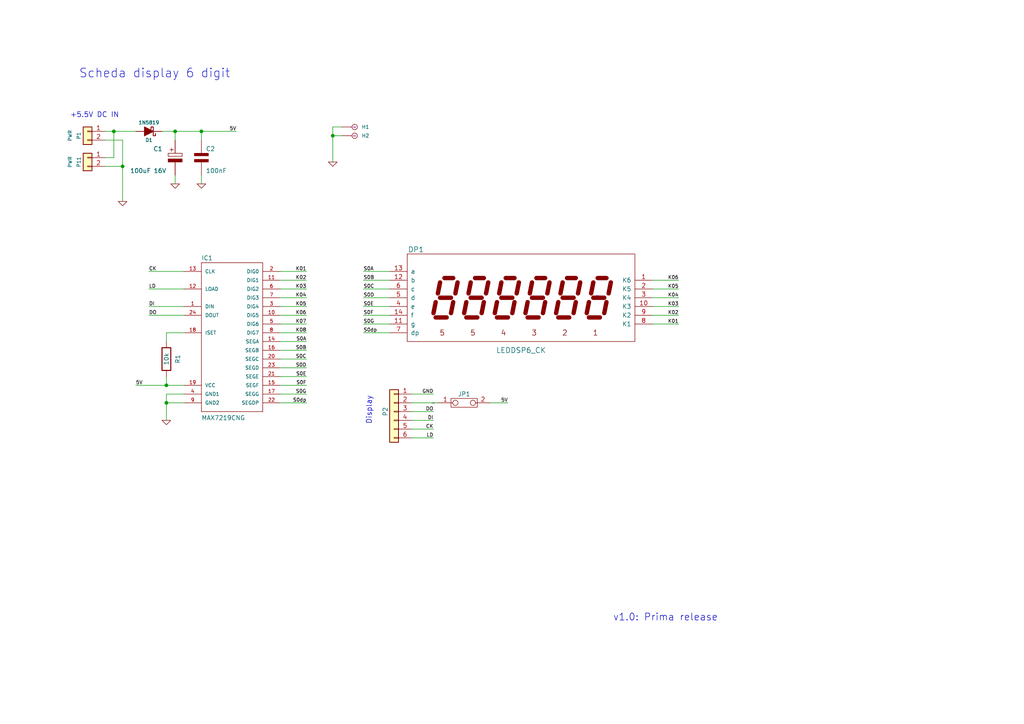
<source format=kicad_sch>
(kicad_sch (version 20210621) (generator eeschema)
  (paper "A4")
  (title_block (date "6 mar 2017") (rev "v1.0"))
  (lib_symbols
    (symbol "Connector_Generic:Conn_01x02" (pin_names (offset 1.016) hide)
      (property "Reference" "J" (at 0 2.54 0))
      (property "Value" "Conn_01x02" (at 0 -5.08 0))
      (symbol "Conn_01x02_1_1"
        (rectangle (start -1.27 -2.413) (end 0 -2.667) (stroke (width 0.1524)))
        (rectangle (start -1.27 0.127) (end 0 -0.127) (stroke (width 0.1524)))
        (rectangle (start -1.27 1.27) (end 1.27 -3.81) (stroke (width 0.254)) (fill (type background)))
        (pin passive line (at -5.08 0 0) (length 3.81) (name "Pin_1") (number "1"))
        (pin passive line (at -5.08 -2.54 0) (length 3.81) (name "Pin_2") (number "2"))
      )
    )
    (symbol "Connector_Generic:Conn_01x06" (pin_names (offset 1.016) hide)
      (property "Reference" "J" (at 0 7.62 0))
      (property "Value" "Conn_01x06" (at 0 -10.16 0))
      (symbol "Conn_01x06_1_1"
        (rectangle (start -1.27 -7.493) (end 0 -7.747) (stroke (width 0.1524)))
        (rectangle (start -1.27 -4.953) (end 0 -5.207) (stroke (width 0.1524)))
        (rectangle (start -1.27 -2.413) (end 0 -2.667) (stroke (width 0.1524)))
        (rectangle (start -1.27 0.127) (end 0 -0.127) (stroke (width 0.1524)))
        (rectangle (start -1.27 2.667) (end 0 2.413) (stroke (width 0.1524)))
        (rectangle (start -1.27 5.207) (end 0 4.953) (stroke (width 0.1524)))
        (rectangle (start -1.27 6.35) (end 1.27 -8.89) (stroke (width 0.254)) (fill (type background)))
        (pin passive line (at -5.08 5.08 0) (length 3.81) (name "Pin_1") (number "1"))
        (pin passive line (at -5.08 2.54 0) (length 3.81) (name "Pin_2") (number "2"))
        (pin passive line (at -5.08 0 0) (length 3.81) (name "Pin_3") (number "3"))
        (pin passive line (at -5.08 -2.54 0) (length 3.81) (name "Pin_4") (number "4"))
        (pin passive line (at -5.08 -5.08 0) (length 3.81) (name "Pin_5") (number "5"))
        (pin passive line (at -5.08 -7.62 0) (length 3.81) (name "Pin_6") (number "6"))
      )
    )
    (symbol "Device:D_Schottky_Filled" (pin_numbers hide) (pin_names (offset 1.016) hide)
      (property "Reference" "D" (at 0 2.54 0))
      (property "Value" "D_Schottky_Filled" (at 0 -2.54 0))
      (symbol "D_Schottky_Filled_0_1"
        (polyline (pts (xy 1.27 0) (xy -1.27 0)))
        (polyline (pts (xy 1.27 1.27) (xy 1.27 -1.27) (xy -1.27 0) (xy 1.27 1.27)) (stroke (width 0.254)) (fill (type outline)))
        (polyline (pts (xy -1.905 0.635) (xy -1.905 1.27) (xy -1.27 1.27) (xy -1.27 -1.27) (xy -0.635 -1.27) (xy -0.635 -0.635)) (stroke (width 0.254)))
      )
      (symbol "D_Schottky_Filled_1_1"
        (pin passive line (at -3.81 0 0) (length 2.54) (name "K") (number "1"))
        (pin passive line (at 3.81 0 180) (length 2.54) (name "A") (number "2"))
      )
    )
    (symbol "FSP-Display6-rescue:CONN_1" (pin_numbers hide) (pin_names (offset 0.762) hide)
      (property "Reference" "P" (at 2.032 0 0))
      (symbol "CONN_1_0_1"
        (polyline (pts (xy -0.762 0) (xy -1.27 0)))
        (circle (center 0 0) (radius 0.7874))
      )
      (symbol "CONN_1_1_1"
        (pin passive line (at -3.81 0 0) (length 2.54) (name "1") (number "1"))
      )
    )
    (symbol "FSP-Display6-rescue:GND" (power) (pin_names (offset 0))
      (symbol "GND_0_1"
        (polyline (pts (xy -1.27 0) (xy 0 -1.27) (xy 1.27 0) (xy -1.27 0)))
      )
      (symbol "GND_1_1"
        (pin power_in line (at 0 0 90) (length 0) hide (name "GND") (number "1"))
      )
    )
    (symbol "FSP-Display6-rescue:JUMPER2" (pin_names (offset 1.016))
      (property "Reference" "JP" (at 7.62 3.81 0))
      (property "Value" "JUMPER2" (at 7.62 -3.81 0))
      (symbol "JUMPER2_0_1"
        (rectangle (start 3.81 1.27) (end 11.43 -1.27))
        (circle (center 5.08 0) (radius 0.762))
        (circle (center 10.16 0) (radius 0.762))
      )
      (symbol "JUMPER2_1_1"
        (pin input line (at 0 0 0) (length 4.318) (name "~") (number "1"))
        (pin input line (at 15.24 0 180) (length 4.318) (name "~") (number "2"))
      )
    )
    (symbol "FSP-Display6-rescue:MAX7219CNG" (pin_names (offset 1.016))
      (property "Reference" "IC" (at -10.16 20.955 0))
      (property "Value" "MAX7219CNG" (at -10.16 -25.4 0))
      (symbol "MAX7219CNG_1_0"
        (polyline (pts (xy -10.16 -22.86) (xy 7.62 -22.86)))
        (polyline (pts (xy -10.16 20.32) (xy -10.16 -22.86)))
        (polyline (pts (xy 7.62 -22.86) (xy 7.62 20.32)))
        (polyline (pts (xy 7.62 20.32) (xy -10.16 20.32)))
      )
      (symbol "MAX7219CNG_1_1"
        (pin input line (at -15.24 7.62 0) (length 5.08) (name "DIN") (number "1"))
        (pin output line (at 12.7 5.08 180) (length 5.08) (name "DIG5") (number "10"))
        (pin output line (at 12.7 15.24 180) (length 5.08) (name "DIG1") (number "11"))
        (pin input line (at -15.24 12.7 0) (length 5.08) (name "LOAD") (number "12"))
        (pin input line (at -15.24 17.78 0) (length 5.08) (name "CLK") (number "13"))
        (pin output line (at 12.7 -2.54 180) (length 5.08) (name "SEGA") (number "14"))
        (pin output line (at 12.7 -15.24 180) (length 5.08) (name "SEGF") (number "15"))
        (pin output line (at 12.7 -5.08 180) (length 5.08) (name "SEGB") (number "16"))
        (pin output line (at 12.7 -17.78 180) (length 5.08) (name "SEGG") (number "17"))
        (pin input line (at -15.24 0 0) (length 5.08) (name "ISET") (number "18"))
        (pin power_in line (at -15.24 -15.24 0) (length 5.08) (name "VCC") (number "19"))
        (pin output line (at 12.7 17.78 180) (length 5.08) (name "DIG0") (number "2"))
        (pin output line (at 12.7 -7.62 180) (length 5.08) (name "SEGC") (number "20"))
        (pin output line (at 12.7 -12.7 180) (length 5.08) (name "SEGE") (number "21"))
        (pin output line (at 12.7 -20.32 180) (length 5.08) (name "SEGDP") (number "22"))
        (pin output line (at 12.7 -10.16 180) (length 5.08) (name "SEGD") (number "23"))
        (pin output line (at -15.24 5.08 0) (length 5.08) (name "DOUT") (number "24"))
        (pin output line (at 12.7 7.62 180) (length 5.08) (name "DIG4") (number "3"))
        (pin power_in line (at -15.24 -17.78 0) (length 5.08) (name "GND1") (number "4"))
        (pin output line (at 12.7 2.54 180) (length 5.08) (name "DIG6") (number "5"))
        (pin output line (at 12.7 12.7 180) (length 5.08) (name "DIG2") (number "6"))
        (pin output line (at 12.7 10.16 180) (length 5.08) (name "DIG3") (number "7"))
        (pin output line (at 12.7 0 180) (length 5.08) (name "DIG7") (number "8"))
        (pin power_in line (at -15.24 -20.32 0) (length 5.08) (name "GND2") (number "9"))
      )
    )
    (symbol "FSP-Display6-rescue:R" (pin_numbers hide) (pin_names (offset 0))
      (property "Reference" "R" (at 3.302 0 90))
      (property "Value" "R" (at 0 0 90))
      (symbol "R_0_1"
        (rectangle (start -1.27 3.302) (end 1.27 -3.302) (stroke (width 0.3048)))
      )
      (symbol "R_1_1"
        (pin passive line (at 0 5.08 270) (length 1.778) (name "~") (number "1"))
        (pin passive line (at 0 -5.08 90) (length 1.778) (name "~") (number "2"))
      )
    )
    (symbol "GCC_device:C" (pin_numbers hide) (pin_names (offset 0.254))
      (property "Reference" "C" (at 1.27 2.54 0))
      (property "Value" "C" (at 1.27 -2.54 0))
      (symbol "C_0_1"
        (rectangle (start -2.032 -0.508) (end 2.032 -1.27) (fill (type outline)))
        (rectangle (start -2.032 1.27) (end 2.032 0.508) (fill (type outline)))
      )
      (symbol "C_1_1"
        (pin passive line (at 0 5.08 270) (length 3.81) (name "~") (number "1"))
        (pin passive line (at 0 -5.08 90) (length 3.81) (name "~") (number "2"))
      )
    )
    (symbol "GCC_device:CAPAPOL" (pin_numbers hide) (pin_names (offset 0.254) hide)
      (property "Reference" "C" (at 1.27 2.54 0))
      (property "Value" "CAPAPOL" (at 1.27 -2.54 0))
      (symbol "CAPAPOL_0_1"
        (rectangle (start -2.032 -0.381) (end 2.032 -1.27) (fill (type outline)))
        (rectangle (start -2.032 1.27) (end 2.032 0.381))
        (polyline (pts (xy -1.524 2.286) (xy -0.508 2.286) (xy -0.508 2.286)))
        (polyline (pts (xy -1.016 2.794) (xy -1.016 1.778) (xy -1.016 2.032)))
      )
      (symbol "CAPAPOL_1_1"
        (pin passive line (at 0 5.08 270) (length 3.81) (name "~") (number "1"))
        (pin passive line (at 0 -5.08 90) (length 3.81) (name "~") (number "2"))
      )
    )
    (symbol "GCC_display:LEDDSP6_CK" (pin_names (offset 1.016))
      (property "Reference" "S" (at -30.48 13.97 0))
      (property "Value" "LEDDSP6_CK" (at 0 -15.24 0))
      (symbol "LEDDSP6_CK_0_0"
        (text "1" (at 21.59 -10.16 0) (effects (font (size 1.524 1.524))))
        (text "2" (at 12.7 -10.16 0) (effects (font (size 1.524 1.524))))
        (text "3" (at 3.81 -10.16 0) (effects (font (size 1.524 1.524))))
        (text "4" (at -5.08 -10.16 0) (effects (font (size 1.524 1.524))))
        (text "5" (at -22.86 -10.16 0) (effects (font (size 1.524 1.524))))
        (text "5" (at -13.97 -10.16 0) (effects (font (size 1.524 1.524))))
      )
      (symbol "LEDDSP6_CK_0_1"
        (rectangle (start -33.02 12.7) (end 33.02 -12.7))
        (polyline (pts (xy -24.765 -5.715) (xy -21.59 -5.715)) (stroke (width 1.27)))
        (polyline (pts (xy -24.765 -1.27) (xy -25.4 -4.445)) (stroke (width 1.27)))
        (polyline (pts (xy -24.13 1.27) (xy -23.495 4.445)) (stroke (width 1.27)))
        (polyline (pts (xy -23.495 0) (xy -20.32 0)) (stroke (width 1.27)))
        (polyline (pts (xy -22.225 5.715) (xy -19.685 5.715)) (stroke (width 1.27)))
        (polyline (pts (xy -19.685 -1.27) (xy -20.32 -4.445)) (stroke (width 1.27)))
        (polyline (pts (xy -19.05 -5.715) (xy -19.05 -5.715)) (stroke (width 1.27)))
        (polyline (pts (xy -19.05 1.27) (xy -18.415 4.445)) (stroke (width 1.27)))
        (polyline (pts (xy -15.875 -5.715) (xy -12.7 -5.715)) (stroke (width 1.27)))
        (polyline (pts (xy -15.875 -1.27) (xy -16.51 -4.445)) (stroke (width 1.27)))
        (polyline (pts (xy -15.24 1.27) (xy -14.605 4.445)) (stroke (width 1.27)))
        (polyline (pts (xy -14.605 0) (xy -11.43 0)) (stroke (width 1.27)))
        (polyline (pts (xy -13.335 5.715) (xy -10.795 5.715)) (stroke (width 1.27)))
        (polyline (pts (xy -10.795 -1.27) (xy -11.43 -4.445)) (stroke (width 1.27)))
        (polyline (pts (xy -10.16 -5.715) (xy -10.16 -5.715)) (stroke (width 1.27)))
        (polyline (pts (xy -10.16 1.27) (xy -9.525 4.445)) (stroke (width 1.27)))
        (polyline (pts (xy -6.985 -5.715) (xy -3.81 -5.715)) (stroke (width 1.27)))
        (polyline (pts (xy -6.985 -1.27) (xy -7.62 -4.445)) (stroke (width 1.27)))
        (polyline (pts (xy -6.35 1.27) (xy -5.715 4.445)) (stroke (width 1.27)))
        (polyline (pts (xy -5.715 0) (xy -2.54 0)) (stroke (width 1.27)))
        (polyline (pts (xy -4.445 5.715) (xy -1.905 5.715)) (stroke (width 1.27)))
        (polyline (pts (xy -1.905 -1.27) (xy -2.54 -4.445)) (stroke (width 1.27)))
        (polyline (pts (xy -1.27 -5.715) (xy -1.27 -5.715)) (stroke (width 1.27)))
        (polyline (pts (xy -1.27 1.27) (xy -0.635 4.445)) (stroke (width 1.27)))
        (polyline (pts (xy 1.905 -5.715) (xy 5.08 -5.715)) (stroke (width 1.27)))
        (polyline (pts (xy 1.905 -1.27) (xy 1.27 -4.445)) (stroke (width 1.27)))
        (polyline (pts (xy 2.54 1.27) (xy 3.175 4.445)) (stroke (width 1.27)))
        (polyline (pts (xy 3.175 0) (xy 6.35 0)) (stroke (width 1.27)))
        (polyline (pts (xy 4.445 5.715) (xy 6.985 5.715)) (stroke (width 1.27)))
        (polyline (pts (xy 6.985 -1.27) (xy 6.35 -4.445)) (stroke (width 1.27)))
        (polyline (pts (xy 7.62 -5.715) (xy 7.62 -5.715)) (stroke (width 1.27)))
        (polyline (pts (xy 7.62 1.27) (xy 8.255 4.445)) (stroke (width 1.27)))
        (polyline (pts (xy 10.795 -5.715) (xy 13.97 -5.715)) (stroke (width 1.27)))
        (polyline (pts (xy 10.795 -1.27) (xy 10.16 -4.445)) (stroke (width 1.27)))
        (polyline (pts (xy 11.43 1.27) (xy 12.065 4.445)) (stroke (width 1.27)))
        (polyline (pts (xy 12.065 0) (xy 15.24 0)) (stroke (width 1.27)))
        (polyline (pts (xy 13.335 5.715) (xy 15.875 5.715)) (stroke (width 1.27)))
        (polyline (pts (xy 15.875 -1.27) (xy 15.24 -4.445)) (stroke (width 1.27)))
        (polyline (pts (xy 16.51 -5.715) (xy 16.51 -5.715)) (stroke (width 1.27)))
        (polyline (pts (xy 16.51 1.27) (xy 17.145 4.445)) (stroke (width 1.27)))
        (polyline (pts (xy 19.685 -5.715) (xy 22.86 -5.715)) (stroke (width 1.27)))
        (polyline (pts (xy 19.685 -1.27) (xy 19.05 -4.445)) (stroke (width 1.27)))
        (polyline (pts (xy 20.32 1.27) (xy 20.955 4.445)) (stroke (width 1.27)))
        (polyline (pts (xy 20.955 0) (xy 24.13 0)) (stroke (width 1.27)))
        (polyline (pts (xy 22.225 5.715) (xy 24.765 5.715)) (stroke (width 1.27)))
        (polyline (pts (xy 24.765 -1.27) (xy 24.13 -4.445)) (stroke (width 1.27)))
        (polyline (pts (xy 25.4 -5.715) (xy 25.4 -5.715)) (stroke (width 1.27)))
        (polyline (pts (xy 25.4 1.27) (xy 26.035 4.445)) (stroke (width 1.27)))
      )
      (symbol "LEDDSP6_CK_1_1"
        (pin passive line (at 38.1 5.08 180) (length 5.08) (name "K6") (number "1"))
        (pin passive line (at 38.1 -2.54 180) (length 5.08) (name "K3") (number "10"))
        (pin passive line (at -38.1 -7.62 0) (length 5.08) (name "g") (number "11"))
        (pin passive line (at -38.1 5.08 0) (length 5.08) (name "b") (number "12"))
        (pin passive line (at -38.1 7.62 0) (length 5.08) (name "a") (number "13"))
        (pin passive line (at -38.1 -5.08 0) (length 5.08) (name "f") (number "14"))
        (pin passive line (at 38.1 2.54 180) (length 5.08) (name "K5") (number "2"))
        (pin passive line (at 38.1 0 180) (length 5.08) (name "K4") (number "3"))
        (pin passive line (at -38.1 -2.54 0) (length 5.08) (name "e") (number "4"))
        (pin passive line (at -38.1 0 0) (length 5.08) (name "d") (number "5"))
        (pin passive line (at -38.1 2.54 0) (length 5.08) (name "c") (number "6"))
        (pin passive line (at -38.1 -10.16 0) (length 5.08) (name "dp") (number "7"))
        (pin passive line (at 38.1 -7.62 180) (length 5.08) (name "K1") (number "8"))
        (pin passive line (at 38.1 -5.08 180) (length 5.08) (name "K2") (number "9"))
      )
    )
  )
  (junction (at 33.02 38.1))
  (junction (at 35.56 48.26))
  (junction (at 48.26 111.76))
  (junction (at 48.26 116.84))
  (junction (at 50.8 38.1))
  (junction (at 58.42 38.1))
  (junction (at 96.52 39.37))
  (wire (pts (xy 30.48 38.1) (xy 33.02 38.1)))
  (wire (pts (xy 30.48 45.72) (xy 33.02 45.72)))
  (wire (pts (xy 30.48 48.26) (xy 35.56 48.26)))
  (wire (pts (xy 33.02 38.1) (xy 39.37 38.1)))
  (wire (pts (xy 33.02 45.72) (xy 33.02 38.1)))
  (wire (pts (xy 35.56 40.64) (xy 30.48 40.64)))
  (wire (pts (xy 35.56 40.64) (xy 35.56 48.26)))
  (wire (pts (xy 35.56 48.26) (xy 35.56 58.42)))
  (wire (pts (xy 39.37 111.76) (xy 48.26 111.76)))
  (wire (pts (xy 46.99 38.1) (xy 50.8 38.1)))
  (wire (pts (xy 48.26 96.52) (xy 48.26 99.06)))
  (wire (pts (xy 48.26 109.22) (xy 48.26 111.76)))
  (wire (pts (xy 48.26 111.76) (xy 53.34 111.76)))
  (wire (pts (xy 48.26 114.3) (xy 48.26 116.84)))
  (wire (pts (xy 48.26 116.84) (xy 48.26 121.92)))
  (wire (pts (xy 48.26 116.84) (xy 53.34 116.84)))
  (wire (pts (xy 50.8 38.1) (xy 50.8 40.64)))
  (wire (pts (xy 50.8 38.1) (xy 58.42 38.1)))
  (wire (pts (xy 50.8 50.8) (xy 50.8 53.34)))
  (wire (pts (xy 53.34 78.74) (xy 43.18 78.74)))
  (wire (pts (xy 53.34 83.82) (xy 43.18 83.82)))
  (wire (pts (xy 53.34 88.9) (xy 43.18 88.9)))
  (wire (pts (xy 53.34 91.44) (xy 43.18 91.44)))
  (wire (pts (xy 53.34 96.52) (xy 48.26 96.52)))
  (wire (pts (xy 53.34 114.3) (xy 48.26 114.3)))
  (wire (pts (xy 58.42 38.1) (xy 58.42 40.64)))
  (wire (pts (xy 58.42 38.1) (xy 68.58 38.1)))
  (wire (pts (xy 58.42 50.8) (xy 58.42 53.34)))
  (wire (pts (xy 81.28 78.74) (xy 88.9 78.74)))
  (wire (pts (xy 81.28 81.28) (xy 88.9 81.28)))
  (wire (pts (xy 81.28 83.82) (xy 88.9 83.82)))
  (wire (pts (xy 81.28 86.36) (xy 88.9 86.36)))
  (wire (pts (xy 81.28 88.9) (xy 88.9 88.9)))
  (wire (pts (xy 81.28 91.44) (xy 88.9 91.44)))
  (wire (pts (xy 81.28 93.98) (xy 88.9 93.98)))
  (wire (pts (xy 81.28 96.52) (xy 88.9 96.52)))
  (wire (pts (xy 81.28 99.06) (xy 88.9 99.06)))
  (wire (pts (xy 81.28 101.6) (xy 88.9 101.6)))
  (wire (pts (xy 81.28 104.14) (xy 88.9 104.14)))
  (wire (pts (xy 81.28 106.68) (xy 88.9 106.68)))
  (wire (pts (xy 81.28 109.22) (xy 88.9 109.22)))
  (wire (pts (xy 81.28 111.76) (xy 88.9 111.76)))
  (wire (pts (xy 81.28 114.3) (xy 88.9 114.3)))
  (wire (pts (xy 81.28 116.84) (xy 88.9 116.84)))
  (wire (pts (xy 96.52 36.83) (xy 96.52 39.37)))
  (wire (pts (xy 96.52 39.37) (xy 96.52 46.99)))
  (wire (pts (xy 96.52 39.37) (xy 99.06 39.37)))
  (wire (pts (xy 99.06 36.83) (xy 96.52 36.83)))
  (wire (pts (xy 105.41 78.74) (xy 113.03 78.74)))
  (wire (pts (xy 105.41 81.28) (xy 113.03 81.28)))
  (wire (pts (xy 105.41 83.82) (xy 113.03 83.82)))
  (wire (pts (xy 105.41 86.36) (xy 113.03 86.36)))
  (wire (pts (xy 105.41 88.9) (xy 113.03 88.9)))
  (wire (pts (xy 105.41 91.44) (xy 113.03 91.44)))
  (wire (pts (xy 105.41 93.98) (xy 113.03 93.98)))
  (wire (pts (xy 105.41 96.52) (xy 113.03 96.52)))
  (wire (pts (xy 119.38 116.84) (xy 127 116.84)))
  (wire (pts (xy 119.38 124.46) (xy 125.73 124.46)))
  (wire (pts (xy 125.73 114.3) (xy 119.38 114.3)))
  (wire (pts (xy 125.73 119.38) (xy 119.38 119.38)))
  (wire (pts (xy 125.73 121.92) (xy 119.38 121.92)))
  (wire (pts (xy 125.73 127) (xy 119.38 127)))
  (wire (pts (xy 142.24 116.84) (xy 147.32 116.84)))
  (wire (pts (xy 189.23 81.28) (xy 196.85 81.28)))
  (wire (pts (xy 189.23 83.82) (xy 196.85 83.82)))
  (wire (pts (xy 189.23 86.36) (xy 196.85 86.36)))
  (wire (pts (xy 189.23 88.9) (xy 196.85 88.9)))
  (wire (pts (xy 189.23 91.44) (xy 196.85 91.44)))
  (wire (pts (xy 189.23 93.98) (xy 196.85 93.98)))
  (text "+5.5V DC IN" (at 20.32 34.29 0) (effects (font (size 1.4732 1.4732)) (justify left bottom)))
  (text "Scheda display 6 digit" (at 22.86 22.86 0) (effects (font (size 2.54 2.54)) (justify left bottom)))
  (text "Display" (at 107.95 123.19 90) (effects (font (size 1.524 1.524)) (justify left bottom)))
  (text "v1.0: Prima release" (at 177.8 180.34 0) (effects (font (size 2.032 2.032)) (justify left bottom)))
  (label "5V" (at 39.37 111.76 0) (effects (font (size 1.016 1.016))))
  (label "CK" (at 43.18 78.74 0) (effects (font (size 1.016 1.016))))
  (label "LD" (at 43.18 83.82 0) (effects (font (size 1.016 1.016))))
  (label "DI" (at 43.18 88.9 0) (effects (font (size 1.016 1.016))))
  (label "DO" (at 43.18 91.44 0) (effects (font (size 1.016 1.016))))
  (label "5V" (at 68.58 38.1 180) (effects (font (size 1.016 1.016))))
  (label "K01" (at 88.9 78.74 180) (effects (font (size 1.016 1.016))))
  (label "K02" (at 88.9 81.28 180) (effects (font (size 1.016 1.016))))
  (label "K03" (at 88.9 83.82 180) (effects (font (size 1.016 1.016))))
  (label "K04" (at 88.9 86.36 180) (effects (font (size 1.016 1.016))))
  (label "K05" (at 88.9 88.9 180) (effects (font (size 1.016 1.016))))
  (label "K06" (at 88.9 91.44 180) (effects (font (size 1.016 1.016))))
  (label "K07" (at 88.9 93.98 180) (effects (font (size 1.016 1.016))))
  (label "K08" (at 88.9 96.52 180) (effects (font (size 1.016 1.016))))
  (label "S0A" (at 88.9 99.06 180) (effects (font (size 1.016 1.016))))
  (label "S0B" (at 88.9 101.6 180) (effects (font (size 1.016 1.016))))
  (label "S0C" (at 88.9 104.14 180) (effects (font (size 1.016 1.016))))
  (label "S0D" (at 88.9 106.68 180) (effects (font (size 1.016 1.016))))
  (label "S0E" (at 88.9 109.22 180) (effects (font (size 1.016 1.016))))
  (label "S0F" (at 88.9 111.76 180) (effects (font (size 1.016 1.016))))
  (label "S0G" (at 88.9 114.3 180) (effects (font (size 1.016 1.016))))
  (label "S0dp" (at 88.9 116.84 180) (effects (font (size 1.016 1.016))))
  (label "S0A" (at 105.41 78.74 0) (effects (font (size 1.016 1.016))))
  (label "S0B" (at 105.41 81.28 0) (effects (font (size 1.016 1.016))))
  (label "S0C" (at 105.41 83.82 0) (effects (font (size 1.016 1.016))))
  (label "S0D" (at 105.41 86.36 0) (effects (font (size 1.016 1.016))))
  (label "S0E" (at 105.41 88.9 0) (effects (font (size 1.016 1.016))))
  (label "S0F" (at 105.41 91.44 0) (effects (font (size 1.016 1.016))))
  (label "S0G" (at 105.41 93.98 0) (effects (font (size 1.016 1.016))))
  (label "S0dp" (at 105.41 96.52 0) (effects (font (size 1.016 1.016))))
  (label "GND" (at 125.73 114.3 180) (effects (font (size 1.016 1.016))))
  (label "DO" (at 125.73 119.38 180) (effects (font (size 1.016 1.016))))
  (label "DI" (at 125.73 121.92 180) (effects (font (size 1.016 1.016))))
  (label "CK" (at 125.73 124.46 180) (effects (font (size 1.016 1.016))))
  (label "LD" (at 125.73 127 180) (effects (font (size 1.016 1.016))))
  (label "5V" (at 147.32 116.84 180) (effects (font (size 1.016 1.016))))
  (label "K06" (at 196.85 81.28 180) (effects (font (size 1.016 1.016))))
  (label "K05" (at 196.85 83.82 180) (effects (font (size 1.016 1.016))))
  (label "K04" (at 196.85 86.36 180) (effects (font (size 1.016 1.016))))
  (label "K03" (at 196.85 88.9 180) (effects (font (size 1.016 1.016))))
  (label "K02" (at 196.85 91.44 180) (effects (font (size 1.016 1.016))))
  (label "K01" (at 196.85 93.98 180) (effects (font (size 1.016 1.016))))
  (symbol (lib_id "FSP-Display6-rescue:GND") (at 35.56 58.42 0) (unit 1)
    (property "Reference" "#PWR03" (effects hide))
    (property "Value" "GND" (effects hide))
  )
  (symbol (lib_id "FSP-Display6-rescue:GND") (at 48.26 121.92 0) (unit 1)
    (property "Reference" "#PWR05" (effects hide))
    (property "Value" "GND" (effects hide))
  )
  (symbol (lib_id "FSP-Display6-rescue:GND") (at 50.8 53.34 0) (unit 1)
    (property "Reference" "#PWR01" (effects hide))
    (property "Value" "GND" (effects hide))
  )
  (symbol (lib_id "FSP-Display6-rescue:GND") (at 58.42 53.34 0) (unit 1)
    (property "Reference" "#PWR02" (effects hide))
    (property "Value" "GND" (effects hide))
  )
  (symbol (lib_id "FSP-Display6-rescue:GND") (at 96.52 46.99 0) (unit 1)
    (property "Reference" "#PWR0101" (effects hide))
    (property "Value" "GND" (effects hide))
  )
  (symbol (lib_id "FSP-Display6-rescue:CONN_1") (at 102.87 36.83 0) (unit 1)
    (property "Reference" "H1" (at 104.902 36.83 0) (effects (font (size 1.016 1.016)) (justify left)))
    (property "Value" "CONN_1" (effects hide))
    (property "Footprint" "MountingHole:MountingHole_3.2mm_M3" (effects hide))
    (property "Datasheet" "~" (at 102.87 36.83 0) (effects (font (size 1.524 1.524))))
  )
  (symbol (lib_id "FSP-Display6-rescue:CONN_1") (at 102.87 39.37 0) (unit 1)
    (property "Reference" "H2" (at 104.902 39.37 0) (effects (font (size 1.016 1.016)) (justify left)))
    (property "Value" "CONN_1" (effects hide))
    (property "Footprint" "MountingHole:MountingHole_3.2mm_M3" (effects hide))
    (property "Datasheet" "~" (at 102.87 39.37 0) (effects (font (size 1.524 1.524))))
  )
  (symbol (lib_id "Device:D_Schottky_Filled") (at 43.18 38.1 180) (unit 1)
    (property "Reference" "D1" (at 43.18 40.64 0) (effects (font (size 1.016 1.016))))
    (property "Value" "1N5819" (at 43.18 35.56 0) (effects (font (size 1.016 1.016))))
    (property "Footprint" "Diode_SMD:D_SMA_Handsoldering" (effects hide))
  )
  (symbol (lib_id "FSP-Display6-rescue:R") (at 48.26 104.14 0) (unit 1)
    (property "Reference" "R1" (at 51.562 104.14 90))
    (property "Value" "10k" (at 48.26 104.14 90))
    (property "Footprint" "Resistor_THT:R_Axial_DIN0207_L6.3mm_D2.5mm_P10.16mm_Horizontal" (effects hide))
  )
  (symbol (lib_id "Connector_Generic:Conn_01x02") (at 25.4 38.1 0) (mirror y) (unit 1)
    (property "Reference" "P1" (at 22.86 39.37 90) (effects (font (size 1.016 1.016))))
    (property "Value" "PWR" (at 20.32 39.37 90) (effects (font (size 1.016 1.016))))
    (property "Footprint" "Connector_PinHeader_2.54mm:PinHeader_1x02_P2.54mm_Vertical" (effects hide))
  )
  (symbol (lib_id "Connector_Generic:Conn_01x02") (at 25.4 45.72 0) (mirror y) (unit 1)
    (property "Reference" "P11" (at 22.86 46.99 90) (effects (font (size 1.016 1.016))))
    (property "Value" "PWR" (at 20.32 46.99 90) (effects (font (size 1.016 1.016))))
    (property "Footprint" "GCC_Headers:HDR2-3.50+3.81mm" (effects hide))
  )
  (symbol (lib_id "FSP-Display6-rescue:JUMPER2") (at 127 116.84 0) (unit 1)
    (property "Reference" "JP1" (at 134.62 114.3 0))
    (property "Value" "JUMPER2" (effects hide))
    (property "Footprint" "Jumper:SolderJumper-2_P1.3mm_Bridged_RoundedPad1.0x1.5mm" (effects hide))
    (property "Datasheet" "~" (at 125.73 116.84 0) (effects (font (size 1.524 1.524))))
  )
  (symbol (lib_id "GCC_device:CAPAPOL") (at 50.8 45.72 0) (unit 1)
    (property "Reference" "C1" (at 44.45 43.18 0) (effects (justify left)))
    (property "Value" "100uF 16V" (at 48.26 49.53 0) (effects (justify right)))
    (property "Footprint" "Capacitor_THT:CP_Radial_D4.0mm_P2.00mm" (effects hide))
  )
  (symbol (lib_id "GCC_device:C") (at 58.42 45.72 0) (unit 1)
    (property "Reference" "C2" (at 59.69 43.18 0) (effects (justify left)))
    (property "Value" "100nF" (at 59.69 49.53 0) (effects (justify left)))
    (property "Footprint" "Capacitor_SMD:C_1206_3216Metric_Pad1.33x1.80mm_HandSolder" (effects hide))
  )
  (symbol (lib_id "Connector_Generic:Conn_01x06") (at 114.3 119.38 0) (mirror y) (unit 1)
    (property "Reference" "P2" (at 111.76 119.38 90))
    (property "Value" "CONN-6" (effects hide))
    (property "Footprint" "Connector_PinHeader_2.54mm:PinHeader_1x06_P2.54mm_Vertical" (effects hide))
  )
  (symbol (lib_id "FSP-Display6-rescue:MAX7219CNG") (at 68.58 96.52 0) (unit 1)
    (property "Reference" "IC1" (at 58.42 75.565 0) (effects (justify left bottom)))
    (property "Value" "MAX7219CNG" (at 58.42 121.92 0) (effects (justify left bottom)))
    (property "Footprint" "Package_DIP:DIP-24_W7.62mm" (effects hide))
  )
  (symbol (lib_id "GCC_display:LEDDSP6_CK") (at 151.13 86.36 0) (unit 1)
    (property "Reference" "DP1" (at 120.65 72.39 0) (effects (font (size 1.524 1.524))))
    (property "Value" "LEDDSP6_CK" (at 151.13 101.6 0) (effects (font (size 1.524 1.524))))
    (property "Footprint" "GCC_Display:Disp7s6x_036" (effects hide))
    (property "Datasheet" "~" (at 173.355 85.725 0) (effects (font (size 1.524 1.524))))
  )
)
</source>
